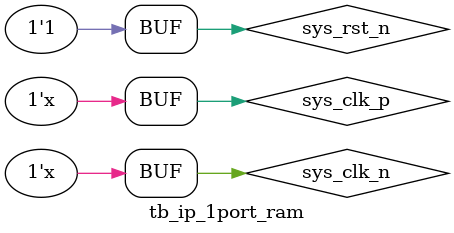
<source format=v>
`timescale 1ns / 1ps
module tb_ip_1port_ram();
parameter CLK_PERIOD = 10; //时钟周期 10ns
reg sys_clk_p;
reg sys_clk_n;
reg sys_rst_n;
initial begin
sys_clk_p = 1'b0;
sys_clk_n = 1'b1;
sys_rst_n = 1'b0;
#200
sys_rst_n = 1'b1;
end
always #(CLK_PERIOD/2) sys_clk_p = ~sys_clk_p;
always #(CLK_PERIOD/2) sys_clk_n = ~sys_clk_n;
ip_1port_ram u_ip_1port_ram(
.sys_clk_p (sys_clk_p ),
.sys_clk_n (sys_clk_n ),
.sys_rst_n (sys_rst_n )
);
endmodule
</source>
